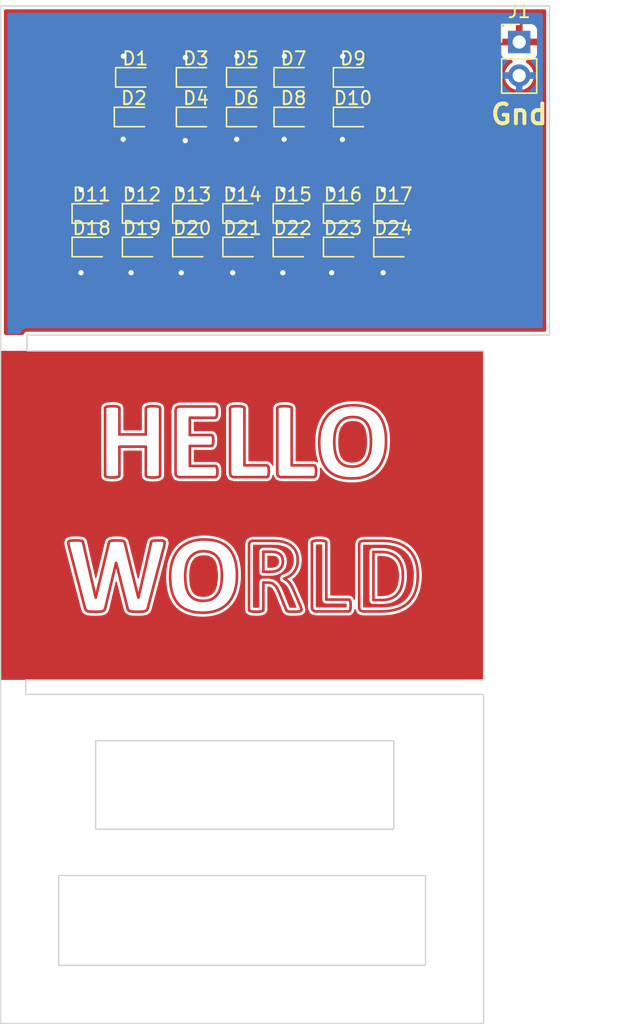
<source format=kicad_pcb>
(kicad_pcb (version 20211014) (generator pcbnew)
  (layers (0 "F.Cu" signal) (31 "B.Cu" signal) (34 "B.Paste" user) (35 "F.Paste" user) (36 "B.SilkS" user "B.Silkscreen") (37 "F.SilkS" user "F.Silkscreen") (38 "B.Mask" user) (39 "F.Mask" user) (44 "Edge.Cuts" user))
  (net 0 "")
  (net 1 "GND")
  (net 2 "VCC")
  (footprint "LED_SMD:LED_0603_1608Metric" (layer "F.Cu") (at 45.95 38.24)
    (fp_text reference "D23")
    (fp_text value "LED")
  )
  (footprint "LED_SMD:LED_0603_1608Metric" (layer "F.Cu") (at 34.8 25.4)
    (fp_text reference "D3")
    (fp_text value "LED")
  )
  (footprint "LED_SMD:LED_0603_1608Metric" (layer "F.Cu") (at 26.9 38.24)
    (fp_text reference "D18")
    (fp_text value "LED")
  )
  (footprint "LED_SMD:LED_0603_1608Metric" (layer "F.Cu") (at 38.33 35.7)
    (fp_text reference "D14")
    (fp_text value "LED")
  )
  (footprint "LED_SMD:LED_0603_1608Metric" (layer "F.Cu") (at 38.6 25.4)
    (fp_text reference "D5")
    (fp_text value "LED")
  )
  (footprint "LED_SMD:LED_0603_1608Metric" (layer "F.Cu") (at 45.95 35.7)
    (fp_text reference "D16")
    (fp_text value "LED")
  )
  (footprint "LED_SMD:LED_0603_1608Metric" (layer "F.Cu") (at 30.2 25.4)
    (fp_text reference "D1")
    (fp_text value "LED")
  )
  (footprint "LED_SMD:LED_0603_1608Metric" (layer "F.Cu") (at 46.7 28.4)
    (fp_text reference "D10")
    (fp_text value "LED")
  )
  (footprint "LED_SMD:LED_0603_1608Metric" (layer "F.Cu") (at 30.71 38.24)
    (fp_text reference "D19")
    (fp_text value "LED")
  )
  (footprint "LED_SMD:LED_0603_1608Metric" (layer "F.Cu") (at 34.52 35.7)
    (fp_text reference "D13")
    (fp_text value "LED")
  )
  (footprint "LED_SMD:LED_0603_1608Metric" (layer "F.Cu") (at 38.6 28.4)
    (fp_text reference "D6")
    (fp_text value "LED")
  )
  (footprint "LED_SMD:LED_0603_1608Metric" (layer "F.Cu") (at 30.71 35.7)
    (fp_text reference "D12")
    (fp_text value "LED")
  )
  (footprint "LED_SMD:LED_0603_1608Metric" (layer "F.Cu") (at 49.76 38.24)
    (fp_text reference "D24")
    (fp_text value "LED")
  )
  (footprint "Connector_PinHeader_2.54mm:PinHeader_1x02_P2.54mm_Vertical" (layer "F.Cu") (at 59.3 22.725)
    (fp_text reference "J1")
    (fp_text value "Conn_01x02_Female")
  )
  (footprint "LED_SMD:LED_0603_1608Metric" (layer "F.Cu") (at 42.2 28.4)
    (fp_text reference "D8")
    (fp_text value "LED")
  )
  (footprint "LED_SMD:LED_0603_1608Metric" (layer "F.Cu") (at 34.8 28.4)
    (fp_text reference "D4")
    (fp_text value "LED")
  )
  (footprint "LED_SMD:LED_0603_1608Metric" (layer "F.Cu") (at 26.9 35.7)
    (fp_text reference "D11")
    (fp_text value "LED")
  )
  (footprint "LED_SMD:LED_0603_1608Metric" (layer "F.Cu") (at 46.7 25.4)
    (fp_text reference "D9")
    (fp_text value "LED")
  )
  (footprint "LED_SMD:LED_0603_1608Metric" (layer "F.Cu") (at 42.14 35.7)
    (fp_text reference "D15")
    (fp_text value "LED")
  )
  (footprint "LED_SMD:LED_0603_1608Metric" (layer "F.Cu") (at 34.52 38.24)
    (fp_text reference "D20")
    (fp_text value "LED")
  )
  (footprint "LED_SMD:LED_0603_1608Metric" (layer "F.Cu") (at 42.2 25.4)
    (fp_text reference "D7")
    (fp_text value "LED")
  )
  (footprint "LED_SMD:LED_0603_1608Metric" (layer "F.Cu") (at 38.33 38.24)
    (fp_text reference "D21")
    (fp_text value "LED")
  )
  (footprint "LED_SMD:LED_0603_1608Metric" (layer "F.Cu") (at 49.76 35.7)
    (fp_text reference "D17")
    (fp_text value "LED")
  )
  (footprint "LED_SMD:LED_0603_1608Metric" (layer "F.Cu") (at 30.1 28.4)
    (fp_text reference "D2")
    (fp_text value "LED")
  )
  (footprint "LED_SMD:LED_0603_1608Metric" (layer "F.Cu") (at 42.14 38.24)
    (fp_text reference "D22")
    (fp_text value "LED")
  )
  (gr_curve (pts (xy 26.445361 65.700179) (xy 26.420557 65.660216) (xy 26.399886 65.607162) (xy 26.38335 65.541016)) (layer "F.Cu") (width 0.2))
  (gr_curve (pts (xy 47.262695 60.549072) (xy 47.324707 60.495329) (xy 47.401188 60.468457) (xy 47.492139 60.468457)) (layer "F.Cu") (width 0.2))
  (gr_curve (pts (xy 36.394108 50.934844) (xy 36.387218 50.988588) (xy 36.376883 51.031996) (xy 36.363102 51.065069)) (layer "F.Cu") (width 0.2))
  (gr_curve (pts (xy 49.610872 61.454444) (xy 49.405545 61.364871) (xy 49.136138 61.320085) (xy 48.802653 61.320085)) (layer "F.Cu") (width 0.2))
  (gr_curve (pts (xy 30.736572 65.832471) (xy 30.645622 65.839361) (xy 30.529867 65.842806) (xy 30.389307 65.842806)) (layer "F.Cu") (width 0.2))
  (gr_curve (pts (xy 28.723258 50.296124) (xy 28.79216 50.304392) (xy 28.847282 50.315416) (xy 28.888623 50.329197)) (layer "F.Cu") (width 0.2))
  (gr_curve (pts (xy 36.332096 54.82918) (xy 36.352767 54.844339) (xy 36.369992 54.868454) (xy 36.383773 54.901527)) (layer "F.Cu") (width 0.2))
  (gr_curve (pts (xy 46.52889 65.363249) (xy 46.52889 65.445931) (xy 46.525445 65.515522) (xy 46.518555 65.572022)) (layer "F.Cu") (width 0.2))
  (gr_curve (pts (xy 37.384229 55.314939) (xy 37.384229 55.314939) (xy 37.384229 50.457354) (xy 37.384229 50.457354)) (layer "F.Cu") (width 0.2))
  (gr_curve (pts (xy 51.421615 64.323519) (xy 51.293457 64.672163) (xy 51.109489 64.956728) (xy 50.86971 65.177214)) (layer "F.Cu") (width 0.2))
  (gr_curve (pts (xy 41.702311 63.469824) (xy 41.772591 63.524946) (xy 41.838737 63.591781) (xy 41.900749 63.670329)) (layer "F.Cu") (width 0.2))
  (gr_curve (pts (xy 45.284521 52.962628) (xy 45.284521 53.254772) (xy 45.30657 53.517288) (xy 45.350667 53.750176)) (layer "F.Cu") (width 0.2))
  (gr_curve (pts (xy 46.518555 65.572022) (xy 46.511664 65.628521) (xy 46.501329 65.675374) (xy 46.487549 65.712582)) (layer "F.Cu") (width 0.2))
  (gr_curve (pts (xy 42.237679 64.280111) (xy 42.237679 64.280111) (xy 42.688298 65.33431) (xy 42.688298 65.33431)) (layer "F.Cu") (width 0.2))
  (gr_curve (pts (xy 29.665837 65.700179) (xy 29.641032 65.660216) (xy 29.621739 65.607162) (xy 29.607959 65.541016)) (layer "F.Cu") (width 0.2))
  (gr_curve (pts (xy 40.877555 60.476725) (xy 40.968506 60.482238) (xy 41.051188 60.489128) (xy 41.125602 60.497396)) (layer "F.Cu") (width 0.2))
  (gr_curve (pts (xy 31.381494 60.679297) (xy 31.389762 60.6352) (xy 31.400787 60.597304) (xy 31.414567 60.565609)) (layer "F.Cu") (width 0.2))
  (gr_curve (pts (xy 34.287777 61.820313) (xy 34.177534 61.988433) (xy 34.099674 62.184804) (xy 34.054199 62.409424)) (layer "F.Cu") (width 0.2))
  (gr_curve (pts (xy 36.414779 55.432761) (xy 36.407888 55.486505) (xy 36.397553 55.529913) (xy 36.383773 55.562986)) (layer "F.Cu") (width 0.2))
  (gr_curve (pts (xy 43.738363 54.760967) (xy 43.765923 54.760967) (xy 43.790039 54.768547) (xy 43.81071 54.783705)) (layer "F.Cu") (width 0.2))
  (gr_curve (pts (xy 41.142139 64.466146) (xy 41.084261 64.331098) (xy 41.027762 64.211209) (xy 40.97264 64.106478)) (layer "F.Cu") (width 0.2))
  (gr_curve (pts (xy 27.875765 65.696045) (xy 27.85096 65.736008) (xy 27.811686 65.767014) (xy 27.757943 65.789063)) (layer "F.Cu") (width 0.2))
  (gr_curve (pts (xy 26.79056 65.832471) (xy 26.695475 65.825581) (xy 26.620372 65.8118) (xy 26.565251 65.79113)) (layer "F.Cu") (width 0.2))
  (gr_curve (pts (xy 32.061556 55.583656) (xy 32.043641 55.605705) (xy 32.014014 55.623619) (xy 31.972673 55.6374)) (layer "F.Cu") (width 0.2))
  (gr_curve (pts (xy 40.964372 50.457354) (xy 40.964372 50.429793) (xy 40.973329 50.404989) (xy 40.991243 50.38294)) (layer "F.Cu") (width 0.2))
  (gr_curve (pts (xy 43.738363 55.65807) (xy 43.738363 55.65807) (xy 41.286833 55.65807) (xy 41.286833 55.65807)) (layer "F.Cu") (width 0.2))
  (gr_curve (pts (xy 28.196159 50.296124) (xy 28.266439 50.287856) (xy 28.353944 50.283721) (xy 28.458675 50.283721)) (layer "F.Cu") (width 0.2))
  (gr_curve (pts (xy 44.143506 53.016371) (xy 44.143506 52.583667) (xy 44.198627 52.194371) (xy 44.30887 51.848484)) (layer "F.Cu") (width 0.2))
  (gr_curve (pts (xy 28.743929 62.151042) (xy 28.743929 62.151042) (xy 27.933643 65.541016) (xy 27.933643 65.541016)) (layer "F.Cu") (width 0.2))
  (gr_curve (pts (xy 47.169678 65.47487) (xy 47.169678 65.47487) (xy 47.169678 60.811589) (xy 47.169678 60.811589)) (layer "F.Cu") (width 0.2))
  (gr_curve (pts (xy 36.073714 53.208607) (xy 36.059934 53.240302) (xy 36.042708 53.26304) (xy 36.022038 53.27682)) (layer "F.Cu") (width 0.2))
  (gr_curve (pts (xy 40.555094 63.684798) (xy 40.4669 63.648969) (xy 40.364925 63.631055) (xy 40.24917 63.631055)) (layer "F.Cu") (width 0.2))
  (gr_curve (pts (xy 47.492139 60.468457) (xy 47.492139 60.468457) (xy 48.864665 60.468457) (xy 48.864665 60.468457)) (layer "F.Cu") (width 0.2))
  (gr_curve (pts (xy 36.332096 55.635333) (xy 36.311426 55.650491) (xy 36.288688 55.65807) (xy 36.263883 55.65807)) (layer "F.Cu") (width 0.2))
  (gr_curve (pts (xy 41.940023 50.329197) (xy 41.981364 50.342977) (xy 42.010992 50.360892) (xy 42.028906 50.38294)) (layer "F.Cu") (width 0.2))
  (gr_curve (pts (xy 41.057389 55.577455) (xy 40.995378 55.523712) (xy 40.964372 55.436206) (xy 40.964372 55.314939)) (layer "F.Cu") (width 0.2))
  (gr_curve (pts (xy 47.742253 55.560919) (xy 47.42117 55.689076) (xy 47.049788 55.753155) (xy 46.628109 55.753155)) (layer "F.Cu") (width 0.2))
  (gr_curve (pts (xy 40.24917 63.631055) (xy 40.24917 63.631055) (xy 39.910173 63.631055) (xy 39.910173 63.631055)) (layer "F.Cu") (width 0.2))
  (gr_curve (pts (xy 46.628109 55.753155) (xy 46.211941 55.753155) (xy 45.848828 55.698722) (xy 45.53877 55.589857)) (layer "F.Cu") (width 0.2))
  (gr_curve (pts (xy 43.81071 55.633266) (xy 43.790039 55.649802) (xy 43.765923 55.65807) (xy 43.738363 55.65807)) (layer "F.Cu") (width 0.2))
  (gr_curve (pts (xy 33.347266 50.389141) (xy 33.409277 50.335398) (xy 33.485758 50.308526) (xy 33.576709 50.308526)) (layer "F.Cu") (width 0.2))
  (gr_curve (pts (xy 36.383773 54.901527) (xy 36.397553 54.9346) (xy 36.407888 54.978009) (xy 36.414779 55.031752)) (layer "F.Cu") (width 0.2))
  (gr_curve (pts (xy 43.903727 55.203318) (xy 43.903727 55.286) (xy 43.900282 55.355591) (xy 43.893392 55.412091)) (layer "F.Cu") (width 0.2))
  (gr_curve (pts (xy 40.397998 61.299414) (xy 40.397998 61.299414) (xy 39.910173 61.299414) (xy 39.910173 61.299414)) (layer "F.Cu") (width 0.2))
  (gr_curve (pts (xy 38.8229 60.811589) (xy 38.8229 60.690321) (xy 38.853906 60.602816) (xy 38.915918 60.549072)) (layer "F.Cu") (width 0.2))
  (gr_curve (pts (xy 31.028027 50.38294) (xy 31.045942 50.360892) (xy 31.074881 50.342977) (xy 31.114844 50.329197)) (layer "F.Cu") (width 0.2))
  (gr_curve (pts (xy 39.364469 65.842806) (xy 39.259738 65.842806) (xy 39.172233 65.838672) (xy 39.101953 65.830404)) (layer "F.Cu") (width 0.2))
  (gr_curve (pts (xy 36.022038 52.489272) (xy 36.042708 52.50443) (xy 36.059934 52.527857) (xy 36.073714 52.559551)) (layer "F.Cu") (width 0.2))
  (gr_curve (pts (xy 31.807308 55.670473) (xy 31.738406 55.678741) (xy 31.65159 55.682875) (xy 31.546859 55.682875)) (layer "F.Cu") (width 0.2))
  (gr_curve (pts (xy 39.629053 65.830404) (xy 39.560151 65.838672) (xy 39.471956 65.842806) (xy 39.364469 65.842806)) (layer "F.Cu") (width 0.2))
  (gr_curve (pts (xy 41.706445 60.654492) (xy 41.8787 60.728906) (xy 42.024772 60.826058) (xy 42.144661 60.945947)) (layer "F.Cu") (width 0.2))
  (gr_curve (pts (xy 40.869287 62.760824) (xy 40.985042 62.723617) (xy 41.081505 62.671251) (xy 41.158675 62.603727)) (layer "F.Cu") (width 0.2))
  (gr_curve (pts (xy 29.000244 52.421059) (xy 29.000244 52.421059) (xy 31.001156 52.421059) (xy 31.001156 52.421059)) (layer "F.Cu") (width 0.2))
  (gr_curve (pts (xy 29.105664 60.451921) (xy 29.184212 60.457433) (xy 29.244846 60.469146) (xy 29.287565 60.487061)) (layer "F.Cu") (width 0.2))
  (gr_curve (pts (xy 37.909261 63.081218) (xy 37.909261 63.524946) (xy 37.85414 63.921821) (xy 37.743896 64.271843)) (layer "F.Cu") (width 0.2))
  (gr_curve (pts (xy 43.589535 60.617285) (xy 43.589535 60.589725) (xy 43.598492 60.56492) (xy 43.616406 60.542871)) (layer "F.Cu") (width 0.2))
  (gr_curve (pts (xy 50.489372 63.101888) (xy 50.489372 62.848329) (xy 50.459744 62.612685) (xy 50.400488 62.394955)) (layer "F.Cu") (width 0.2))
  (gr_curve (pts (xy 31.807308 50.296124) (xy 31.87621 50.304392) (xy 31.931331 50.315416) (xy 31.972673 50.329197)) (layer "F.Cu") (width 0.2))
  (gr_curve (pts (xy 42.18807 65.842806) (xy 42.072314 65.842806) (xy 41.979986 65.84005) (xy 41.911084 65.834538)) (layer "F.Cu") (width 0.2))
  (gr_curve (pts (xy 43.682552 65.737386) (xy 43.62054 65.683643) (xy 43.589535 65.596137) (xy 43.589535 65.47487)) (layer "F.Cu") (width 0.2))
  (gr_curve (pts (xy 36.10472 53.082517) (xy 36.09783 53.134882) (xy 36.087495 53.176913) (xy 36.073714 53.208607)) (layer "F.Cu") (width 0.2))
  (gr_curve (pts (xy 51.613851 63.064681) (xy 51.613851 63.555263) (xy 51.549772 63.974875) (xy 51.421615 64.323519)) (layer "F.Cu") (width 0.2))
  (gr_curve (pts (xy 36.115055 52.884079) (xy 36.115055 52.964006) (xy 36.11161 53.030152) (xy 36.10472 53.082517)) (layer "F.Cu") (width 0.2))
  (gr_curve (pts (xy 37.384229 50.457354) (xy 37.384229 50.429793) (xy 37.393186 50.404989) (xy 37.4111 50.38294)) (layer "F.Cu") (width 0.2))
  (gr_curve (pts (xy 28.316048 60.491195) (xy 28.358767 60.47328) (xy 28.417334 60.460878) (xy 28.491748 60.453988)) (layer "F.Cu") (width 0.2))
  (gr_curve (pts (xy 36.247347 50.308526) (xy 36.272152 50.308526) (xy 36.2942 50.315416) (xy 36.313493 50.329197)) (layer "F.Cu") (width 0.2))
  (gr_curve (pts (xy 38.475635 54.760967) (xy 38.475635 54.760967) (xy 40.158219 54.760967) (xy 40.158219 54.760967)) (layer "F.Cu") (width 0.2))
  (gr_curve (pts (xy 50.917253 61.131983) (xy 51.144629 61.351091) (xy 51.317573 61.621875) (xy 51.436084 61.944336)) (layer "F.Cu") (width 0.2))
  (gr_curve (pts (xy 37.750098 61.876123) (xy 37.856207 62.216499) (xy 37.909261 62.618197) (xy 37.909261 63.081218)) (layer "F.Cu") (width 0.2))
  (gr_curve (pts (xy 29.426058 60.695833) (xy 29.426058 60.695833) (xy 30.434782 64.763802) (xy 30.434782 64.763802)) (layer "F.Cu") (width 0.2))
  (gr_curve (pts (xy 26.26346 60.666895) (xy 26.26346 60.666895) (xy 27.201904 64.763802) (xy 27.201904 64.763802)) (layer "F.Cu") (width 0.2))
  (gr_curve (pts (xy 43.893392 55.412091) (xy 43.886502 55.46859) (xy 43.876166 55.515443) (xy 43.862386 55.55265)) (layer "F.Cu") (width 0.2))
  (gr_curve (pts (xy 44.30887 51.848484) (xy 44.419113 51.502596) (xy 44.5831 51.208385) (xy 44.80083 50.96585)) (layer "F.Cu") (width 0.2))
  (gr_curve (pts (xy 28.888623 55.6374) (xy 28.847282 55.65118) (xy 28.79216 55.662204) (xy 28.723258 55.670473)) (layer "F.Cu") (width 0.2))
  (gr_curve (pts (xy 43.911995 65.818001) (xy 43.821045 65.818001) (xy 43.744564 65.79113) (xy 43.682552 65.737386)) (layer "F.Cu") (width 0.2))
  (gr_curve (pts (xy 47.262695 65.737386) (xy 47.200684 65.683643) (xy 47.169678 65.596137) (xy 47.169678 65.47487)) (layer "F.Cu") (width 0.2))
  (gr_curve (pts (xy 32.386084 60.886003) (xy 32.386084 60.886003) (xy 31.158252 65.541016) (xy 31.158252 65.541016)) (layer "F.Cu") (width 0.2))
  (gr_curve (pts (xy 32.061556 50.38294) (xy 32.07947 50.404989) (xy 32.088428 50.429793) (xy 32.088428 50.457354)) (layer "F.Cu") (width 0.2))
  (gr_curve (pts (xy 27.939844 50.38294) (xy 27.957758 50.360892) (xy 27.987386 50.342977) (xy 28.028727 50.329197)) (layer "F.Cu") (width 0.2))
  (gr_curve (pts (xy 39.910173 65.669173) (xy 39.910173 65.696734) (xy 39.901215 65.721539) (xy 39.883301 65.743587)) (layer "F.Cu") (width 0.2))
  (gr_curve (pts (xy 37.667415 50.296124) (xy 37.737695 50.287856) (xy 37.825201 50.283721) (xy 37.929932 50.283721)) (layer "F.Cu") (width 0.2))
  (gr_curve (pts (xy 35.329574 65.913086) (xy 34.913406 65.913086) (xy 34.550293 65.858654) (xy 34.240234 65.749789)) (layer "F.Cu") (width 0.2))
  (gr_curve (pts (xy 43.70529 60.489128) (xy 43.746631 60.475347) (xy 43.802441 60.464323) (xy 43.872721 60.456055)) (layer "F.Cu") (width 0.2))
  (gr_curve (pts (xy 28.181689 60.695833) (xy 28.192714 60.643468) (xy 28.207183 60.600749) (xy 28.225098 60.567676)) (layer "F.Cu") (width 0.2))
  (gr_curve (pts (xy 28.752197 62.151042) (xy 28.752197 62.151042) (xy 28.743929 62.151042) (xy 28.743929 62.151042)) (layer "F.Cu") (width 0.2))
  (gr_curve (pts (xy 34.337386 53.297491) (xy 34.337386 53.297491) (xy 34.337386 54.806443) (xy 34.337386 54.806443)) (layer "F.Cu") (width 0.2))
  (gr_curve (pts (xy 37.743896 64.271843) (xy 37.633653 64.621864) (xy 37.469667 64.918832) (xy 37.251937 65.162744)) (layer "F.Cu") (width 0.2))
  (gr_curve (pts (xy 48.252816 64.958106) (xy 48.252816 64.958106) (xy 48.819189 64.958106) (xy 48.819189 64.958106)) (layer "F.Cu") (width 0.2))
  (gr_curve (pts (xy 35.362646 65.015983) (xy 35.629986 65.015983) (xy 35.853228 64.966374) (xy 36.032373 64.867155)) (layer "F.Cu") (width 0.2))
  (gr_curve (pts (xy 44.763623 55.091697) (xy 44.556917 54.868454) (xy 44.401888 54.584579) (xy 44.298535 54.240069)) (layer "F.Cu") (width 0.2))
  (gr_curve (pts (xy 42.688298 65.33431) (xy 42.729639 65.439041) (xy 42.757199 65.515522) (xy 42.77098 65.563753)) (layer "F.Cu") (width 0.2))
  (gr_curve (pts (xy 30.959814 65.79113) (xy 30.901937 65.8118) (xy 30.827523 65.825581) (xy 30.736572 65.832471)) (layer "F.Cu") (width 0.2))
  (gr_curve (pts (xy 46.661182 54.856052) (xy 46.928521 54.856052) (xy 47.151763 54.806443) (xy 47.330908 54.707224)) (layer "F.Cu") (width 0.2))
  (gr_curve (pts (xy 28.028727 55.6374) (xy 27.987386 55.623619) (xy 27.957758 55.605705) (xy 27.939844 55.583656)) (layer "F.Cu") (width 0.2))
  (gr_curve (pts (xy 36.073714 52.559551) (xy 36.087495 52.591246) (xy 36.09783 52.633966) (xy 36.10472 52.687709)) (layer "F.Cu") (width 0.2))
  (gr_curve (pts (xy 42.514665 65.834538) (xy 42.434738 65.84005) (xy 42.325873 65.842806) (xy 42.18807 65.842806)) (layer "F.Cu") (width 0.2))
  (gr_curve (pts (xy 27.912972 50.457354) (xy 27.912972 50.429793) (xy 27.921929 50.404989) (xy 27.939844 50.38294)) (layer "F.Cu") (width 0.2))
  (gr_curve (pts (xy 40.97264 64.106478) (xy 40.917518 64.001747) (xy 40.856196 63.914242) (xy 40.788672 63.843962)) (layer "F.Cu") (width 0.2))
  (gr_curve (pts (xy 28.723258 55.670473) (xy 28.654357 55.678741) (xy 28.566162 55.682875) (xy 28.458675 55.682875)) (layer "F.Cu") (width 0.2))
  (gr_curve (pts (xy 42.055778 54.760967) (xy 42.055778 54.760967) (xy 43.738363 54.760967) (xy 43.738363 54.760967)) (layer "F.Cu") (width 0.2))
  (gr_curve (pts (xy 31.414567 60.565609) (xy 31.428347 60.533914) (xy 31.45453 60.509109) (xy 31.493115 60.491195)) (layer "F.Cu") (width 0.2))
  (gr_curve (pts (xy 43.862386 55.55265) (xy 43.848606 55.589857) (xy 43.83138 55.616729) (xy 43.81071 55.633266)) (layer "F.Cu") (width 0.2))
  (gr_curve (pts (xy 33.347266 55.577455) (xy 33.285254 55.523712) (xy 33.254248 55.436206) (xy 33.254248 55.314939)) (layer "F.Cu") (width 0.2))
  (gr_curve (pts (xy 40.313249 55.412091) (xy 40.306359 55.46859) (xy 40.296023 55.515443) (xy 40.282243 55.55265)) (layer "F.Cu") (width 0.2))
  (gr_curve (pts (xy 40.230566 55.633266) (xy 40.209896 55.649802) (xy 40.18578 55.65807) (xy 40.158219 55.65807)) (layer "F.Cu") (width 0.2))
  (gr_curve (pts (xy 28.975439 55.583656) (xy 28.958903 55.605705) (xy 28.929964 55.623619) (xy 28.888623 55.6374)) (layer "F.Cu") (width 0.2))
  (gr_curve (pts (xy 42.144661 60.945947) (xy 42.264551 61.065837) (xy 42.35619 61.207775) (xy 42.41958 61.371761)) (layer "F.Cu") (width 0.2))
  (gr_curve (pts (xy 40.282243 54.858119) (xy 40.296023 54.89257) (xy 40.306359 54.938045) (xy 40.313249 54.994545)) (layer "F.Cu") (width 0.2))
  (gr_curve (pts (xy 30.011035 65.832471) (xy 29.915951 65.825581) (xy 29.840847 65.8118) (xy 29.785726 65.79113)) (layer "F.Cu") (width 0.2))
  (gr_curve (pts (xy 41.510075 50.283721) (xy 41.617562 50.283721) (xy 41.705756 50.287856) (xy 41.774658 50.296124)) (layer "F.Cu") (width 0.2))
  (gr_curve (pts (xy 27.933643 65.541016) (xy 27.919862 65.604406) (xy 27.90057 65.656082) (xy 27.875765 65.696045)) (layer "F.Cu") (width 0.2))
  (gr_curve (pts (xy 41.911084 65.834538) (xy 41.842182 65.829026) (xy 41.78775 65.81869) (xy 41.747786 65.803532)) (layer "F.Cu") (width 0.2))
  (gr_curve (pts (xy 39.883301 65.743587) (xy 39.865386 65.765636) (xy 39.835758 65.78355) (xy 39.794417 65.797331)) (layer "F.Cu") (width 0.2))
  (gr_curve (pts (xy 31.001156 50.457354) (xy 31.001156 50.429793) (xy 31.010113 50.404989) (xy 31.028027 50.38294)) (layer "F.Cu") (width 0.2))
  (gr_curve (pts (xy 34.697054 64.885759) (xy 34.873443 64.972575) (xy 35.095307 65.015983) (xy 35.362646 65.015983)) (layer "F.Cu") (width 0.2))
  (gr_curve (pts (xy 39.910173 62.816634) (xy 39.910173 62.816634) (xy 40.464144 62.816634) (xy 40.464144 62.816634)) (layer "F.Cu") (width 0.2))
  (gr_curve (pts (xy 47.775326 51.621107) (xy 47.669217 51.457121) (xy 47.527968 51.330341) (xy 47.351579 51.240769)) (layer "F.Cu") (width 0.2))
  (gr_curve (pts (xy 36.313493 51.137416) (xy 36.2942 51.152574) (xy 36.272152 51.160154) (xy 36.247347 51.160154)) (layer "F.Cu") (width 0.2))
  (gr_curve (pts (xy 27.206038 64.763802) (xy 27.206038 64.763802) (xy 28.181689 60.695833) (xy 28.181689 60.695833)) (layer "F.Cu") (width 0.2))
  (gr_curve (pts (xy 47.351579 51.240769) (xy 47.17519 51.151196) (xy 46.954704 51.10641) (xy 46.69012 51.10641)) (layer "F.Cu") (width 0.2))
  (gr_curve (pts (xy 36.053044 61.4007) (xy 35.876655 61.311128) (xy 35.656169 61.266341) (xy 35.391585 61.266341)) (layer "F.Cu") (width 0.2))
  (gr_curve (pts (xy 32.088428 50.457354) (xy 32.088428 50.457354) (xy 32.088428 55.509242) (xy 32.088428 55.509242)) (layer "F.Cu") (width 0.2))
  (gr_curve (pts (xy 38.8229 65.669173) (xy 38.8229 65.669173) (xy 38.8229 60.811589) (xy 38.8229 60.811589)) (layer "F.Cu") (width 0.2))
  (gr_curve (pts (xy 38.194515 50.296124) (xy 38.263417 50.304392) (xy 38.318538 50.315416) (xy 38.35988 50.329197)) (layer "F.Cu") (width 0.2))
  (gr_curve (pts (xy 25.34362 60.453988) (xy 25.422168 60.447098) (xy 25.531722 60.443652) (xy 25.672282 60.443652)) (layer "F.Cu") (width 0.2))
  (gr_curve (pts (xy 32.243457 60.453988) (xy 32.310981 60.460878) (xy 32.359901 60.479481) (xy 32.390218 60.509798)) (layer "F.Cu") (width 0.2))
  (gr_curve (pts (xy 34.240234 65.749789) (xy 33.930176 65.640924) (xy 33.671794 65.47487) (xy 33.465088 65.251628)) (layer "F.Cu") (width 0.2))
  (gr_curve (pts (xy 42.514665 61.936068) (xy 42.514665 62.115213) (xy 42.491927 62.27851) (xy 42.446452 62.42596)) (layer "F.Cu") (width 0.2))
  (gr_curve (pts (xy 43.81071 54.783705) (xy 43.83138 54.798864) (xy 43.848606 54.823668) (xy 43.862386 54.858119)) (layer "F.Cu") (width 0.2))
  (gr_curve (pts (xy 36.425114 55.232257) (xy 36.425114 55.312183) (xy 36.421669 55.379018) (xy 36.414779 55.432761)) (layer "F.Cu") (width 0.2))
  (gr_curve (pts (xy 50.082161 64.493018) (xy 50.218587 64.337299) (xy 50.320562 64.143685) (xy 50.388086 63.912175)) (layer "F.Cu") (width 0.2))
  (gr_curve (pts (xy 48.550472 55.002813) (xy 48.332742 55.246726) (xy 48.063336 55.432761) (xy 47.742253 55.560919)) (layer "F.Cu") (width 0.2))
  (gr_curve (pts (xy 29.287565 60.487061) (xy 29.330284 60.504975) (xy 29.36129 60.530469) (xy 29.380583 60.563542)) (layer "F.Cu") (width 0.2))
  (gr_curve (pts (xy 34.337386 54.806443) (xy 34.337386 54.806443) (xy 36.263883 54.806443) (xy 36.263883 54.806443)) (layer "F.Cu") (width 0.2))
  (gr_curve (pts (xy 41.477002 63.329264) (xy 41.556928 63.36785) (xy 41.632031 63.414703) (xy 41.702311 63.469824)) (layer "F.Cu") (width 0.2))
  (gr_curve (pts (xy 27.201904 64.763802) (xy 27.201904 64.763802) (xy 27.206038 64.763802) (xy 27.206038 64.763802)) (layer "F.Cu") (width 0.2))
  (gr_curve (pts (xy 28.975439 50.38294) (xy 28.991976 50.404989) (xy 29.000244 50.429793) (xy 29.000244 50.457354)) (layer "F.Cu") (width 0.2))
  (gr_curve (pts (xy 48.252816 61.320085) (xy 48.252816 61.320085) (xy 48.252816 64.958106) (xy 48.252816 64.958106)) (layer "F.Cu") (width 0.2))
  (gr_curve (pts (xy 45.609049 50.407745) (xy 45.930132 50.278209) (xy 46.302892 50.213441) (xy 46.727327 50.213441)) (layer "F.Cu") (width 0.2))
  (gr_curve (pts (xy 33 64.4) (xy 32.896647 64.055491) (xy 32.844971 63.647591) (xy 32.844971 63.176302)) (layer "F.Cu") (width 0.2))
  (gr_curve (pts (xy 36.394108 50.533835) (xy 36.400998 50.587579) (xy 36.404443 50.655792) (xy 36.404443 50.738474)) (layer "F.Cu") (width 0.2))
  (gr_curve (pts (xy 25.980273 60.449854) (xy 26.056066 60.453988) (xy 26.113254 60.463634) (xy 26.151839 60.478792)) (layer "F.Cu") (width 0.2))
  (gr_curve (pts (xy 50.078027 60.635889) (xy 50.410135 60.74751) (xy 50.689876 60.912874) (xy 50.917253 61.131983)) (layer "F.Cu") (width 0.2))
  (gr_curve (pts (xy 41.332308 62.361882) (xy 41.370893 62.268175) (xy 41.390186 62.163444) (xy 41.390186 62.047689)) (layer "F.Cu") (width 0.2))
  (gr_curve (pts (xy 36.263883 55.65807) (xy 36.263883 55.65807) (xy 33.576709 55.65807) (xy 33.576709 55.65807)) (layer "F.Cu") (width 0.2))
  (gr_curve (pts (xy 28.491748 60.453988) (xy 28.566162 60.447098) (xy 28.665381 60.443652) (xy 28.789404 60.443652)) (layer "F.Cu") (width 0.2))
  (gr_curve (pts (xy 44.654069 60.542871) (xy 44.671984 60.56492) (xy 44.680941 60.589725) (xy 44.680941 60.617285)) (layer "F.Cu") (width 0.2))
  (gr_curve (pts (xy 45.53877 55.589857) (xy 45.228711 55.480992) (xy 44.970329 55.314939) (xy 44.763623 55.091697)) (layer "F.Cu") (width 0.2))
  (gr_curve (pts (xy 31.001156 52.421059) (xy 31.001156 52.421059) (xy 31.001156 50.457354) (xy 31.001156 50.457354)) (layer "F.Cu") (width 0.2))
  (gr_curve (pts (xy 41.270296 61.601205) (xy 41.19037 61.479937) (xy 41.059456 61.394499) (xy 40.877555 61.344889)) (layer "F.Cu") (width 0.2))
  (gr_curve (pts (xy 33.010335 62.008415) (xy 33.120578 61.662527) (xy 33.284565 61.368316) (xy 33.502295 61.125781)) (layer "F.Cu") (width 0.2))
  (gr_curve (pts (xy 41.900749 63.670329) (xy 41.96276 63.748877) (xy 42.021327 63.83845) (xy 42.076449 63.939046)) (layer "F.Cu") (width 0.2))
  (gr_curve (pts (xy 48.819189 64.958106) (xy 49.116846 64.958106) (xy 49.367649 64.919521) (xy 49.571598 64.84235)) (layer "F.Cu") (width 0.2))
  (gr_curve (pts (xy 36.313493 50.329197) (xy 36.332785 50.342977) (xy 36.349322 50.367093) (xy 36.363102 50.401544)) (layer "F.Cu") (width 0.2))
  (gr_curve (pts (xy 41.158675 62.603727) (xy 41.235845 62.536203) (xy 41.293723 62.455588) (xy 41.332308 62.361882)) (layer "F.Cu") (width 0.2))
  (gr_curve (pts (xy 28.458675 50.283721) (xy 28.566162 50.283721) (xy 28.654357 50.287856) (xy 28.723258 50.296124)) (layer "F.Cu") (width 0.2))
  (gr_curve (pts (xy 33.254248 55.314939) (xy 33.254248 55.314939) (xy 33.254248 50.651658) (xy 33.254248 50.651658)) (layer "F.Cu") (width 0.2))
  (gr_curve (pts (xy 51.436084 61.944336) (xy 51.554595 62.266797) (xy 51.613851 62.640245) (xy 51.613851 63.064681)) (layer "F.Cu") (width 0.2))
  (gr_curve (pts (xy 45.586312 51.660382) (xy 45.476069 51.828502) (xy 45.39821 52.024873) (xy 45.352734 52.249493)) (layer "F.Cu") (width 0.2))
  (gr_curve (pts (xy 36.7021 62.372217) (xy 36.658002 62.142085) (xy 36.582899 61.945025) (xy 36.47679 61.781039)) (layer "F.Cu") (width 0.2))
  (gr_curve (pts (xy 40.53029 60.468457) (xy 40.67085 60.468457) (xy 40.786605 60.471213) (xy 40.877555 60.476725)) (layer "F.Cu") (width 0.2))
  (gr_curve (pts (xy 31.001156 53.3471) (xy 31.001156 53.3471) (xy 29.000244 53.3471) (xy 29.000244 53.3471)) (layer "F.Cu") (width 0.2))
  (gr_curve (pts (xy 41.390186 62.047689) (xy 41.390186 61.8713) (xy 41.350222 61.722472) (xy 41.270296 61.601205)) (layer "F.Cu") (width 0.2))
  (gr_curve (pts (xy 40.158219 54.760967) (xy 40.18578 54.760967) (xy 40.209896 54.768547) (xy 40.230566 54.783705)) (layer "F.Cu") (width 0.2))
  (gr_curve (pts (xy 34.337386 52.466534) (xy 34.337386 52.466534) (xy 35.953825 52.466534) (xy 35.953825 52.466534)) (layer "F.Cu") (width 0.2))
  (gr_curve (pts (xy 31.090039 65.700179) (xy 31.0611 65.740142) (xy 31.017692 65.770459) (xy 30.959814 65.79113)) (layer "F.Cu") (width 0.2))
  (gr_curve (pts (xy 37.477246 55.577455) (xy 37.415234 55.523712) (xy 37.384229 55.436206) (xy 37.384229 55.314939)) (layer "F.Cu") (width 0.2))
  (gr_curve (pts (xy 25.126579 60.640023) (xy 25.123823 60.583523) (xy 25.13967 60.540115) (xy 25.174121 60.509798)) (layer "F.Cu") (width 0.2))
  (gr_curve (pts (xy 32.844971 63.176302) (xy 32.844971 62.743598) (xy 32.900092 62.354302) (xy 33.010335 62.008415)) (layer "F.Cu") (width 0.2))
  (gr_curve (pts (xy 35.428792 60.373373) (xy 35.833936 60.373373) (xy 36.191536 60.427116) (xy 36.501595 60.534603)) (layer "F.Cu") (width 0.2))
  (gr_curve (pts (xy 31.001156 55.509242) (xy 31.001156 55.509242) (xy 31.001156 53.3471) (xy 31.001156 53.3471)) (layer "F.Cu") (width 0.2))
  (gr_curve (pts (xy 28.196159 55.670473) (xy 28.125879 55.662204) (xy 28.070068 55.65118) (xy 28.028727 55.6374)) (layer "F.Cu") (width 0.2))
  (gr_curve (pts (xy 46.487549 65.01805) (xy 46.501329 65.052501) (xy 46.511664 65.097976) (xy 46.518555 65.154476)) (layer "F.Cu") (width 0.2))
  (gr_curve (pts (xy 29.607959 65.541016) (xy 29.607959 65.541016) (xy 28.752197 62.151042) (xy 28.752197 62.151042)) (layer "F.Cu") (width 0.2))
  (gr_curve (pts (xy 36.363102 51.065069) (xy 36.349322 51.098142) (xy 36.332785 51.122258) (xy 36.313493 51.137416)) (layer "F.Cu") (width 0.2))
  (gr_curve (pts (xy 42.696566 65.805599) (xy 42.655225 65.819379) (xy 42.594591 65.829026) (xy 42.514665 65.834538)) (layer "F.Cu") (width 0.2))
  (gr_curve (pts (xy 36.414779 55.031752) (xy 36.421669 55.085495) (xy 36.425114 55.15233) (xy 36.425114 55.232257)) (layer "F.Cu") (width 0.2))
  (gr_curve (pts (xy 35.953825 53.297491) (xy 35.953825 53.297491) (xy 34.337386 53.297491) (xy 34.337386 53.297491)) (layer "F.Cu") (width 0.2))
  (gr_curve (pts (xy 33.254248 50.651658) (xy 33.254248 50.53039) (xy 33.285254 50.442885) (xy 33.347266 50.389141)) (layer "F.Cu") (width 0.2))
  (gr_curve (pts (xy 31.96027 60.443652) (xy 32.081538 60.443652) (xy 32.175933 60.447098) (xy 32.243457 60.453988)) (layer "F.Cu") (width 0.2))
  (gr_curve (pts (xy 37.278809 61.030697) (xy 37.486892 61.253939) (xy 37.643989 61.535748) (xy 37.750098 61.876123)) (layer "F.Cu") (width 0.2))
  (gr_curve (pts (xy 32.088428 55.509242) (xy 32.088428 55.536803) (xy 32.07947 55.561608) (xy 32.061556 55.583656)) (layer "F.Cu") (width 0.2))
  (gr_curve (pts (xy 34.310514 60.567676) (xy 34.631597 60.43814) (xy 35.004357 60.373373) (xy 35.428792 60.373373)) (layer "F.Cu") (width 0.2))
  (gr_curve (pts (xy 33.985986 63.122559) (xy 33.985986 63.414703) (xy 34.008035 63.677219) (xy 34.052132 63.910108)) (layer "F.Cu") (width 0.2))
  (gr_curve (pts (xy 31.158252 65.541016) (xy 31.141715 65.607162) (xy 31.118978 65.660216) (xy 31.090039 65.700179)) (layer "F.Cu") (width 0.2))
  (gr_curve (pts (xy 32.390218 60.509798) (xy 32.420535 60.540115) (xy 32.433626 60.584901) (xy 32.429492 60.644157)) (layer "F.Cu") (width 0.2))
  (gr_curve (pts (xy 36.032373 64.867155) (xy 36.211518 64.767936) (xy 36.356212 64.632889) (xy 36.466455 64.462012)) (layer "F.Cu") (width 0.2))
  (gr_curve (pts (xy 40.230566 54.783705) (xy 40.251237 54.798864) (xy 40.268462 54.823668) (xy 40.282243 54.858119)) (layer "F.Cu") (width 0.2))
  (gr_curve (pts (xy 40.877555 61.344889) (xy 40.822434 61.331109) (xy 40.759733 61.320085) (xy 40.689453 61.311817)) (layer "F.Cu") (width 0.2))
  (gr_curve (pts (xy 41.080127 50.329197) (xy 41.121468 50.315416) (xy 41.177279 50.304392) (xy 41.247559 50.296124)) (layer "F.Cu") (width 0.2))
  (gr_curve (pts (xy 34.054199 62.409424) (xy 34.008724 62.634044) (xy 33.985986 62.871756) (xy 33.985986 63.122559)) (layer "F.Cu") (width 0.2))
  (gr_curve (pts (xy 49.571598 64.84235) (xy 49.775548 64.76518) (xy 49.945736 64.648736) (xy 50.082161 64.493018)) (layer "F.Cu") (width 0.2))
  (gr_curve (pts (xy 47.169678 60.811589) (xy 47.169678 60.690321) (xy 47.200684 60.602816) (xy 47.262695 60.549072)) (layer "F.Cu") (width 0.2))
  (gr_curve (pts (xy 31.493115 60.491195) (xy 31.5317 60.47328) (xy 31.586822 60.460878) (xy 31.65848 60.453988)) (layer "F.Cu") (width 0.2))
  (gr_curve (pts (xy 43.862386 54.858119) (xy 43.876166 54.89257) (xy 43.886502 54.938045) (xy 43.893392 54.994545)) (layer "F.Cu") (width 0.2))
  (gr_curve (pts (xy 37.4111 50.38294) (xy 37.429015 50.360892) (xy 37.458643 50.342977) (xy 37.499984 50.329197)) (layer "F.Cu") (width 0.2))
  (gr_curve (pts (xy 42.446452 62.42596) (xy 42.400977 62.573411) (xy 42.334142 62.705013) (xy 42.245947 62.820768)) (layer "F.Cu") (width 0.2))
  (gr_curve (pts (xy 44.298535 54.240069) (xy 44.195182 53.89556) (xy 44.143506 53.48766) (xy 44.143506 53.016371)) (layer "F.Cu") (width 0.2))
  (gr_curve (pts (xy 31.280208 55.670473) (xy 31.209928 55.662204) (xy 31.154807 55.65118) (xy 31.114844 55.6374)) (layer "F.Cu") (width 0.2))
  (gr_curve (pts (xy 47.80013 50.374672) (xy 48.110189 50.482159) (xy 48.36926 50.647523) (xy 48.577344 50.870766)) (layer "F.Cu") (width 0.2))
  (gr_curve (pts (xy 42.775114 65.753923) (xy 42.76409 65.774593) (xy 42.737907 65.791819) (xy 42.696566 65.805599)) (layer "F.Cu") (width 0.2))
  (gr_curve (pts (xy 31.028027 55.583656) (xy 31.010113 55.561608) (xy 31.001156 55.536803) (xy 31.001156 55.509242)) (layer "F.Cu") (width 0.2))
  (gr_curve (pts (xy 46.363525 65.818001) (xy 46.363525 65.818001) (xy 43.911995 65.818001) (xy 43.911995 65.818001)) (layer "F.Cu") (width 0.2))
  (gr_curve (pts (xy 48.802653 61.320085) (xy 48.802653 61.320085) (xy 48.252816 61.320085) (xy 48.252816 61.320085)) (layer "F.Cu") (width 0.2))
  (gr_curve (pts (xy 45.352734 52.249493) (xy 45.307259 52.474113) (xy 45.284521 52.711825) (xy 45.284521 52.962628)) (layer "F.Cu") (width 0.2))
  (gr_curve (pts (xy 42.055778 50.457354) (xy 42.055778 50.457354) (xy 42.055778 54.760967) (xy 42.055778 54.760967)) (layer "F.Cu") (width 0.2))
  (gr_curve (pts (xy 42.41958 61.371761) (xy 42.48297 61.535748) (xy 42.514665 61.72385) (xy 42.514665 61.936068)) (layer "F.Cu") (width 0.2))
  (gr_curve (pts (xy 36.247347 51.160154) (xy 36.247347 51.160154) (xy 34.337386 51.160154) (xy 34.337386 51.160154)) (layer "F.Cu") (width 0.2))
  (gr_curve (pts (xy 31.114844 55.6374) (xy 31.074881 55.623619) (xy 31.045942 55.605705) (xy 31.028027 55.583656)) (layer "F.Cu") (width 0.2))
  (gr_curve (pts (xy 46.487549 65.712582) (xy 46.473768 65.749789) (xy 46.456543 65.77666) (xy 46.435872 65.793197)) (layer "F.Cu") (width 0.2))
  (gr_curve (pts (xy 42.77098 65.563753) (xy 42.78476 65.611985) (xy 42.79165 65.649881) (xy 42.79165 65.677442)) (layer "F.Cu") (width 0.2))
  (gr_curve (pts (xy 26.230387 60.544938) (xy 26.244168 60.573877) (xy 26.255192 60.614529) (xy 26.26346 60.666895)) (layer "F.Cu") (width 0.2))
  (gr_curve (pts (xy 36.383773 55.562986) (xy 36.369992 55.596059) (xy 36.352767 55.620174) (xy 36.332096 55.635333)) (layer "F.Cu") (width 0.2))
  (gr_curve (pts (xy 36.466455 64.462012) (xy 36.576698 64.291135) (xy 36.654557 64.092009) (xy 36.700033 63.864632)) (layer "F.Cu") (width 0.2))
  (gr_curve (pts (xy 38.847705 65.743587) (xy 38.831169 65.721539) (xy 38.8229 65.696734) (xy 38.8229 65.669173)) (layer "F.Cu") (width 0.2))
  (gr_curve (pts (xy 49.207796 52.921286) (xy 49.207796 53.365015) (xy 49.152675 53.76189) (xy 49.042432 54.111911)) (layer "F.Cu") (width 0.2))
  (gr_curve (pts (xy 37.929932 50.283721) (xy 38.037419 50.283721) (xy 38.125613 50.287856) (xy 38.194515 50.296124)) (layer "F.Cu") (width 0.2))
  (gr_curve (pts (xy 41.247559 50.296124) (xy 41.317839 50.287856) (xy 41.405344 50.283721) (xy 41.510075 50.283721)) (layer "F.Cu") (width 0.2))
  (gr_curve (pts (xy 46.020394 51.257305) (xy 45.841249 51.357902) (xy 45.696555 51.492261) (xy 45.586312 51.660382)) (layer "F.Cu") (width 0.2))
  (gr_curve (pts (xy 47.492139 65.818001) (xy 47.401188 65.818001) (xy 47.324707 65.79113) (xy 47.262695 65.737386)) (layer "F.Cu") (width 0.2))
  (gr_curve (pts (xy 36.768245 63.139095) (xy 36.768245 62.857975) (xy 36.746197 62.602349) (xy 36.7021 62.372217)) (layer "F.Cu") (width 0.2))
  (gr_curve (pts (xy 36.47679 61.781039) (xy 36.370681 61.617052) (xy 36.229433 61.490273) (xy 36.053044 61.4007)) (layer "F.Cu") (width 0.2))
  (gr_curve (pts (xy 38.35988 50.329197) (xy 38.401221 50.342977) (xy 38.430849 50.360892) (xy 38.448763 50.38294)) (layer "F.Cu") (width 0.2))
  (gr_curve (pts (xy 42.028906 50.38294) (xy 42.046821 50.404989) (xy 42.055778 50.429793) (xy 42.055778 50.457354)) (layer "F.Cu") (width 0.2))
  (gr_curve (pts (xy 36.443717 65.72085) (xy 36.122635 65.849007) (xy 35.751253 65.913086) (xy 35.329574 65.913086)) (layer "F.Cu") (width 0.2))
  (gr_curve (pts (xy 41.286833 55.65807) (xy 41.195882 55.65807) (xy 41.119401 55.631199) (xy 41.057389 55.577455)) (layer "F.Cu") (width 0.2))
  (gr_curve (pts (xy 30.389307 65.842806) (xy 30.23221 65.842806) (xy 30.10612 65.839361) (xy 30.011035 65.832471)) (layer "F.Cu") (width 0.2))
  (gr_curve (pts (xy 34.275374 64.507487) (xy 34.380105 64.672852) (xy 34.520665 64.798942) (xy 34.697054 64.885759)) (layer "F.Cu") (width 0.2))
  (gr_curve (pts (xy 27.538835 65.832471) (xy 27.446506 65.839361) (xy 27.32455 65.842806) (xy 27.172965 65.842806)) (layer "F.Cu") (width 0.2))
  (gr_curve (pts (xy 47.76499 54.302081) (xy 47.875233 54.131204) (xy 47.953092 53.932078) (xy 47.998568 53.704701)) (layer "F.Cu") (width 0.2))
  (gr_curve (pts (xy 27.939844 55.583656) (xy 27.921929 55.561608) (xy 27.912972 55.536803) (xy 27.912972 55.509242)) (layer "F.Cu") (width 0.2))
  (gr_curve (pts (xy 33.576709 50.308526) (xy 33.576709 50.308526) (xy 36.247347 50.308526) (xy 36.247347 50.308526)) (layer "F.Cu") (width 0.2))
  (gr_curve (pts (xy 48.000635 52.212286) (xy 47.956538 51.982153) (xy 47.881434 51.785094) (xy 47.775326 51.621107)) (layer "F.Cu") (width 0.2))
  (gr_curve (pts (xy 39.145361 60.468457) (xy 39.145361 60.468457) (xy 40.53029 60.468457) (xy 40.53029 60.468457)) (layer "F.Cu") (width 0.2))
  (gr_curve (pts (xy 30.44305 64.763802) (xy 30.44305 64.763802) (xy 31.381494 60.679297) (xy 31.381494 60.679297)) (layer "F.Cu") (width 0.2))
  (gr_curve (pts (xy 34.337386 51.160154) (xy 34.337386 51.160154) (xy 34.337386 52.466534) (xy 34.337386 52.466534)) (layer "F.Cu") (width 0.2))
  (gr_curve (pts (xy 40.991243 50.38294) (xy 41.009158 50.360892) (xy 41.038786 50.342977) (xy 41.080127 50.329197)) (layer "F.Cu") (width 0.2))
  (gr_curve (pts (xy 46.435872 64.943636) (xy 46.456543 64.958795) (xy 46.473768 64.983599) (xy 46.487549 65.01805)) (layer "F.Cu") (width 0.2))
  (gr_curve (pts (xy 49.042432 54.111911) (xy 48.932189 54.461933) (xy 48.768202 54.7589) (xy 48.550472 55.002813)) (layer "F.Cu") (width 0.2))
  (gr_curve (pts (xy 50.400488 62.394955) (xy 50.341233 62.177225) (xy 50.246148 61.988433) (xy 50.115234 61.828581)) (layer "F.Cu") (width 0.2))
  (gr_curve (pts (xy 41.919352 63.122559) (xy 41.789817 63.207997) (xy 41.642367 63.276899) (xy 41.477002 63.329264)) (layer "F.Cu") (width 0.2))
  (gr_curve (pts (xy 48.864665 60.468457) (xy 49.341466 60.468457) (xy 49.74592 60.524268) (xy 50.078027 60.635889)) (layer "F.Cu") (width 0.2))
  (gr_curve (pts (xy 40.689453 61.311817) (xy 40.619173 61.303548) (xy 40.522021 61.299414) (xy 40.397998 61.299414)) (layer "F.Cu") (width 0.2))
  (gr_curve (pts (xy 28.888623 50.329197) (xy 28.929964 50.342977) (xy 28.958903 50.360892) (xy 28.975439 50.38294)) (layer "F.Cu") (width 0.2))
  (gr_curve (pts (xy 29.000244 55.509242) (xy 29.000244 55.536803) (xy 28.991976 55.561608) (xy 28.975439 55.583656)) (layer "F.Cu") (width 0.2))
  (gr_curve (pts (xy 27.757943 65.789063) (xy 27.704199 65.811111) (xy 27.631163 65.825581) (xy 27.538835 65.832471)) (layer "F.Cu") (width 0.2))
  (gr_curve (pts (xy 50.115234 61.828581) (xy 49.984321 61.668728) (xy 49.8162 61.544016) (xy 49.610872 61.454444)) (layer "F.Cu") (width 0.2))
  (gr_curve (pts (xy 40.282243 55.55265) (xy 40.268462 55.589857) (xy 40.251237 55.616729) (xy 40.230566 55.633266)) (layer "F.Cu") (width 0.2))
  (gr_curve (pts (xy 28.225098 60.567676) (xy 28.243012 60.534603) (xy 28.273329 60.509109) (xy 28.316048 60.491195)) (layer "F.Cu") (width 0.2))
  (gr_curve (pts (xy 44.80083 50.96585) (xy 45.01856 50.723316) (xy 45.287967 50.53728) (xy 45.609049 50.407745)) (layer "F.Cu") (width 0.2))
  (gr_curve (pts (xy 46.518555 65.154476) (xy 46.525445 65.210976) (xy 46.52889 65.280567) (xy 46.52889 65.363249)) (layer "F.Cu") (width 0.2))
  (gr_curve (pts (xy 49.995345 65.662972) (xy 49.652214 65.766325) (xy 49.243625 65.818001) (xy 48.76958 65.818001)) (layer "F.Cu") (width 0.2))
  (gr_curve (pts (xy 45.350667 53.750176) (xy 45.394765 53.983065) (xy 45.469179 54.182191) (xy 45.57391 54.347556)) (layer "F.Cu") (width 0.2))
  (gr_curve (pts (xy 31.114844 50.329197) (xy 31.154807 50.315416) (xy 31.209928 50.304392) (xy 31.280208 50.296124)) (layer "F.Cu") (width 0.2))
  (gr_curve (pts (xy 31.546859 55.682875) (xy 31.439372 55.682875) (xy 31.350488 55.678741) (xy 31.280208 55.670473)) (layer "F.Cu") (width 0.2))
  (gr_curve (pts (xy 43.589535 65.47487) (xy 43.589535 65.47487) (xy 43.589535 60.617285) (xy 43.589535 60.617285)) (layer "F.Cu") (width 0.2))
  (gr_curve (pts (xy 30.434782 64.763802) (xy 30.434782 64.763802) (xy 30.44305 64.763802) (xy 30.44305 64.763802)) (layer "F.Cu") (width 0.2))
  (gr_curve (pts (xy 27.172965 65.842806) (xy 27.013113 65.842806) (xy 26.885645 65.839361) (xy 26.79056 65.832471)) (layer "F.Cu") (width 0.2))
  (gr_curve (pts (xy 36.404443 50.738474) (xy 36.404443 50.815644) (xy 36.400998 50.881101) (xy 36.394108 50.934844)) (layer "F.Cu") (width 0.2))
  (gr_curve (pts (xy 33.576709 55.65807) (xy 33.485758 55.65807) (xy 33.409277 55.631199) (xy 33.347266 55.577455)) (layer "F.Cu") (width 0.2))
  (gr_curve (pts (xy 31.65848 60.453988) (xy 31.730138 60.447098) (xy 31.830735 60.443652) (xy 31.96027 60.443652)) (layer "F.Cu") (width 0.2))
  (gr_curve (pts (xy 46.435872 65.793197) (xy 46.415202 65.809733) (xy 46.391086 65.818001) (xy 46.363525 65.818001)) (layer "F.Cu") (width 0.2))
  (gr_curve (pts (xy 25.672282 60.443652) (xy 25.801817 60.443652) (xy 25.904481 60.44572) (xy 25.980273 60.449854)) (layer "F.Cu") (width 0.2))
  (gr_curve (pts (xy 37.706689 55.65807) (xy 37.615739 55.65807) (xy 37.539258 55.631199) (xy 37.477246 55.577455)) (layer "F.Cu") (width 0.2))
  (gr_curve (pts (xy 31.972673 50.329197) (xy 32.014014 50.342977) (xy 32.043641 50.360892) (xy 32.061556 50.38294)) (layer "F.Cu") (width 0.2))
  (gr_curve (pts (xy 35.953825 52.466534) (xy 35.97863 52.466534) (xy 36.001367 52.474113) (xy 36.022038 52.489272)) (layer "F.Cu") (width 0.2))
  (gr_curve (pts (xy 44.565186 60.489128) (xy 44.606527 60.502908) (xy 44.636155 60.520823) (xy 44.654069 60.542871)) (layer "F.Cu") (width 0.2))
  (gr_curve (pts (xy 31.280208 50.296124) (xy 31.350488 50.287856) (xy 31.439372 50.283721) (xy 31.546859 50.283721)) (layer "F.Cu") (width 0.2))
  (gr_curve (pts (xy 28.789404 60.443652) (xy 28.921696 60.443652) (xy 29.027116 60.446409) (xy 29.105664 60.451921)) (layer "F.Cu") (width 0.2))
  (gr_curve (pts (xy 33.465088 65.251628) (xy 33.258382 65.028386) (xy 33.103353 64.74451) (xy 33 64.4)) (layer "F.Cu") (width 0.2))
  (gr_curve (pts (xy 45.57391 54.347556) (xy 45.67864 54.512921) (xy 45.8192 54.639011) (xy 45.995589 54.725828)) (layer "F.Cu") (width 0.2))
  (gr_curve (pts (xy 44.135238 60.443652) (xy 44.242725 60.443652) (xy 44.330919 60.447787) (xy 44.399821 60.456055)) (layer "F.Cu") (width 0.2))
  (gr_curve (pts (xy 40.464144 62.816634) (xy 40.618484 62.816634) (xy 40.753532 62.798031) (xy 40.869287 62.760824)) (layer "F.Cu") (width 0.2))
  (gr_curve (pts (xy 48.577344 50.870766) (xy 48.785428 51.094008) (xy 48.942524 51.375817) (xy 49.048633 51.716192)) (layer "F.Cu") (width 0.2))
  (gr_curve (pts (xy 27.912972 55.509242) (xy 27.912972 55.509242) (xy 27.912972 50.457354) (xy 27.912972 50.457354)) (layer "F.Cu") (width 0.2))
  (gr_curve (pts (xy 34.052132 63.910108) (xy 34.096229 64.142996) (xy 34.170643 64.342123) (xy 34.275374 64.507487)) (layer "F.Cu") (width 0.2))
  (gr_curve (pts (xy 37.499984 50.329197) (xy 37.541325 50.315416) (xy 37.597135 50.304392) (xy 37.667415 50.296124)) (layer "F.Cu") (width 0.2))
  (gr_curve (pts (xy 43.893392 54.994545) (xy 43.900282 55.051045) (xy 43.903727 55.120635) (xy 43.903727 55.203318)) (layer "F.Cu") (width 0.2))
  (gr_curve (pts (xy 39.794417 65.797331) (xy 39.753076 65.811111) (xy 39.697955 65.822136) (xy 39.629053 65.830404)) (layer "F.Cu") (width 0.2))
  (gr_curve (pts (xy 41.774658 50.296124) (xy 41.84356 50.304392) (xy 41.898682 50.315416) (xy 41.940023 50.329197)) (layer "F.Cu") (width 0.2))
  (gr_curve (pts (xy 29.000244 53.3471) (xy 29.000244 53.3471) (xy 29.000244 55.509242) (xy 29.000244 55.509242)) (layer "F.Cu") (width 0.2))
  (gr_curve (pts (xy 40.788672 63.843962) (xy 40.721148 63.773682) (xy 40.643289 63.720627) (xy 40.555094 63.684798)) (layer "F.Cu") (width 0.2))
  (gr_curve (pts (xy 41.621696 65.660905) (xy 41.621696 65.660905) (xy 41.142139 64.466146) (xy 41.142139 64.466146)) (layer "F.Cu") (width 0.2))
  (gr_curve (pts (xy 38.915918 60.549072) (xy 38.97793 60.495329) (xy 39.054411 60.468457) (xy 39.145361 60.468457)) (layer "F.Cu") (width 0.2))
  (gr_curve (pts (xy 36.022038 53.27682) (xy 36.001367 53.290601) (xy 35.97863 53.297491) (xy 35.953825 53.297491)) (layer "F.Cu") (width 0.2))
  (gr_curve (pts (xy 43.616406 60.542871) (xy 43.634321 60.520823) (xy 43.663949 60.502908) (xy 43.70529 60.489128)) (layer "F.Cu") (width 0.2))
  (gr_curve (pts (xy 44.680941 64.920899) (xy 44.680941 64.920899) (xy 46.363525 64.920899) (xy 46.363525 64.920899)) (layer "F.Cu") (width 0.2))
  (gr_curve (pts (xy 33.502295 61.125781) (xy 33.720025 60.883247) (xy 33.989431 60.697212) (xy 34.310514 60.567676)) (layer "F.Cu") (width 0.2))
  (gr_curve (pts (xy 40.323584 55.203318) (xy 40.323584 55.286) (xy 40.320139 55.355591) (xy 40.313249 55.412091)) (layer "F.Cu") (width 0.2))
  (gr_curve (pts (xy 46.69012 51.10641) (xy 46.422781 51.10641) (xy 46.199539 51.156709) (xy 46.020394 51.257305)) (layer "F.Cu") (width 0.2))
  (gr_curve (pts (xy 45.995589 54.725828) (xy 46.171978 54.812644) (xy 46.393842 54.856052) (xy 46.661182 54.856052)) (layer "F.Cu") (width 0.2))
  (gr_curve (pts (xy 26.565251 65.79113) (xy 26.510129 65.770459) (xy 26.470166 65.740142) (xy 26.445361 65.700179)) (layer "F.Cu") (width 0.2))
  (gr_curve (pts (xy 26.151839 60.478792) (xy 26.190424 60.493951) (xy 26.216607 60.515999) (xy 26.230387 60.544938)) (layer "F.Cu") (width 0.2))
  (gr_curve (pts (xy 39.910173 61.299414) (xy 39.910173 61.299414) (xy 39.910173 62.816634) (xy 39.910173 62.816634)) (layer "F.Cu") (width 0.2))
  (gr_curve (pts (xy 29.785726 65.79113) (xy 29.730604 65.770459) (xy 29.690641 65.740142) (xy 29.665837 65.700179)) (layer "F.Cu") (width 0.2))
  (gr_curve (pts (xy 31.546859 50.283721) (xy 31.65159 50.283721) (xy 31.738406 50.287856) (xy 31.807308 50.296124)) (layer "F.Cu") (width 0.2))
  (gr_curve (pts (xy 40.964372 55.314939) (xy 40.964372 55.314939) (xy 40.964372 50.457354) (xy 40.964372 50.457354)) (layer "F.Cu") (width 0.2))
  (gr_curve (pts (xy 39.101953 65.830404) (xy 39.031673 65.822136) (xy 38.975863 65.811111) (xy 38.934521 65.797331)) (layer "F.Cu") (width 0.2))
  (gr_curve (pts (xy 36.263883 54.806443) (xy 36.288688 54.806443) (xy 36.311426 54.814022) (xy 36.332096 54.82918)) (layer "F.Cu") (width 0.2))
  (gr_curve (pts (xy 48.76958 65.818001) (xy 48.76958 65.818001) (xy 47.492139 65.818001) (xy 47.492139 65.818001)) (layer "F.Cu") (width 0.2))
  (gr_curve (pts (xy 47.330908 54.707224) (xy 47.510053 54.608005) (xy 47.654747 54.472958) (xy 47.76499 54.302081)) (layer "F.Cu") (width 0.2))
  (gr_curve (pts (xy 26.38335 65.541016) (xy 26.38335 65.541016) (xy 25.16792 60.8736) (xy 25.16792 60.8736)) (layer "F.Cu") (width 0.2))
  (gr_curve (pts (xy 49.048633 51.716192) (xy 49.154742 52.056568) (xy 49.207796 52.458266) (xy 49.207796 52.921286)) (layer "F.Cu") (width 0.2))
  (gr_curve (pts (xy 43.872721 60.456055) (xy 43.943001 60.447787) (xy 44.030507 60.443652) (xy 44.135238 60.443652)) (layer "F.Cu") (width 0.2))
  (gr_curve (pts (xy 38.475635 50.457354) (xy 38.475635 50.457354) (xy 38.475635 54.760967) (xy 38.475635 54.760967)) (layer "F.Cu") (width 0.2))
  (gr_curve (pts (xy 39.910173 63.631055) (xy 39.910173 63.631055) (xy 39.910173 65.669173) (xy 39.910173 65.669173)) (layer "F.Cu") (width 0.2))
  (gr_curve (pts (xy 38.934521 65.797331) (xy 38.89318 65.78355) (xy 38.864242 65.765636) (xy 38.847705 65.743587)) (layer "F.Cu") (width 0.2))
  (gr_curve (pts (xy 32.429492 60.644157) (xy 32.425358 60.703413) (xy 32.410889 60.784028) (xy 32.386084 60.886003)) (layer "F.Cu") (width 0.2))
  (gr_curve (pts (xy 28.028727 50.329197) (xy 28.070068 50.315416) (xy 28.125879 50.304392) (xy 28.196159 50.296124)) (layer "F.Cu") (width 0.2))
  (gr_curve (pts (xy 46.727327 50.213441) (xy 47.132471 50.213441) (xy 47.490072 50.267185) (xy 47.80013 50.374672)) (layer "F.Cu") (width 0.2))
  (gr_curve (pts (xy 50.388086 63.912175) (xy 50.45561 63.680664) (xy 50.489372 63.410569) (xy 50.489372 63.101888)) (layer "F.Cu") (width 0.2))
  (gr_curve (pts (xy 42.79165 65.677442) (xy 42.79165 65.707758) (xy 42.786138 65.733252) (xy 42.775114 65.753923)) (layer "F.Cu") (width 0.2))
  (gr_curve (pts (xy 37.251937 65.162744) (xy 37.034207 65.406657) (xy 36.7648 65.592692) (xy 36.443717 65.72085)) (layer "F.Cu") (width 0.2))
  (gr_curve (pts (xy 36.700033 63.864632) (xy 36.745508 63.637256) (xy 36.768245 63.39541) (xy 36.768245 63.139095)) (layer "F.Cu") (width 0.2))
  (gr_curve (pts (xy 31.972673 55.6374) (xy 31.931331 55.65118) (xy 31.87621 55.662204) (xy 31.807308 55.670473)) (layer "F.Cu") (width 0.2))
  (gr_curve (pts (xy 25.174121 60.509798) (xy 25.208572 60.479481) (xy 25.265072 60.460878) (xy 25.34362 60.453988)) (layer "F.Cu") (width 0.2))
  (gr_curve (pts (xy 29.000244 50.457354) (xy 29.000244 50.457354) (xy 29.000244 52.421059) (xy 29.000244 52.421059)) (layer "F.Cu") (width 0.2))
  (gr_curve (pts (xy 42.076449 63.939046) (xy 42.13157 64.039643) (xy 42.185314 64.153331) (xy 42.237679 64.280111)) (layer "F.Cu") (width 0.2))
  (gr_curve (pts (xy 28.458675 55.682875) (xy 28.353944 55.682875) (xy 28.266439 55.678741) (xy 28.196159 55.670473)) (layer "F.Cu") (width 0.2))
  (gr_curve (pts (xy 42.245947 62.820768) (xy 42.157753 62.936524) (xy 42.048888 63.03712) (xy 41.919352 63.122559)) (layer "F.Cu") (width 0.2))
  (gr_curve (pts (xy 40.158219 55.65807) (xy 40.158219 55.65807) (xy 37.706689 55.65807) (xy 37.706689 55.65807)) (layer "F.Cu") (width 0.2))
  (gr_curve (pts (xy 44.399821 60.456055) (xy 44.468723 60.464323) (xy 44.523844 60.475347) (xy 44.565186 60.489128)) (layer "F.Cu") (width 0.2))
  (gr_curve (pts (xy 34.721859 61.417236) (xy 34.542714 61.517833) (xy 34.39802 61.652192) (xy 34.287777 61.820313)) (layer "F.Cu") (width 0.2))
  (gr_curve (pts (xy 41.663037 65.745654) (xy 41.646501 65.722228) (xy 41.63272 65.693978) (xy 41.621696 65.660905)) (layer "F.Cu") (width 0.2))
  (gr_curve (pts (xy 38.448763 50.38294) (xy 38.466678 50.404989) (xy 38.475635 50.429793) (xy 38.475635 50.457354)) (layer "F.Cu") (width 0.2))
  (gr_curve (pts (xy 35.391585 61.266341) (xy 35.124246 61.266341) (xy 34.901004 61.31664) (xy 34.721859 61.417236)) (layer "F.Cu") (width 0.2))
  (gr_curve (pts (xy 50.86971 65.177214) (xy 50.629932 65.3977) (xy 50.338477 65.559619) (xy 49.995345 65.662972)) (layer "F.Cu") (width 0.2))
  (gr_curve (pts (xy 36.363102 50.401544) (xy 36.376883 50.435995) (xy 36.387218 50.480092) (xy 36.394108 50.533835)) (layer "F.Cu") (width 0.2))
  (gr_curve (pts (xy 25.16792 60.8736) (xy 25.143115 60.774382) (xy 25.129335 60.696523) (xy 25.126579 60.640023)) (layer "F.Cu") (width 0.2))
  (gr_curve (pts (xy 46.363525 64.920899) (xy 46.391086 64.920899) (xy 46.415202 64.928478) (xy 46.435872 64.943636)) (layer "F.Cu") (width 0.2))
  (gr_curve (pts (xy 44.680941 60.617285) (xy 44.680941 60.617285) (xy 44.680941 64.920899) (xy 44.680941 64.920899)) (layer "F.Cu") (width 0.2))
  (gr_curve (pts (xy 29.380583 60.563542) (xy 29.399875 60.596615) (xy 29.415034 60.640712) (xy 29.426058 60.695833)) (layer "F.Cu") (width 0.2))
  (gr_curve (pts (xy 40.313249 54.994545) (xy 40.320139 55.051045) (xy 40.323584 55.120635) (xy 40.323584 55.203318)) (layer "F.Cu") (width 0.2))
  (gr_curve (pts (xy 36.10472 52.687709) (xy 36.11161 52.741453) (xy 36.115055 52.806909) (xy 36.115055 52.884079)) (layer "F.Cu") (width 0.2))
  (gr_curve (pts (xy 48.066781 52.979164) (xy 48.066781 52.698044) (xy 48.044732 52.442418) (xy 48.000635 52.212286)) (layer "F.Cu") (width 0.2))
  (gr_curve (pts (xy 41.747786 65.803532) (xy 41.707823 65.788374) (xy 41.679574 65.769081) (xy 41.663037 65.745654)) (layer "F.Cu") (width 0.2))
  (gr_curve (pts (xy 47.998568 53.704701) (xy 48.044043 53.477325) (xy 48.066781 53.235479) (xy 48.066781 52.979164)) (layer "F.Cu") (width 0.2))
  (gr_curve (pts (xy 36.501595 60.534603) (xy 36.811654 60.64209) (xy 37.070725 60.807455) (xy 37.278809 61.030697)) (layer "F.Cu") (width 0.2))
  (gr_curve (pts (xy 41.125602 60.497396) (xy 41.340576 60.527713) (xy 41.534191 60.580078) (xy 41.706445 60.654492)) (layer "F.Cu") (width 0.2))
  (gr_rect (start 24.4 85.8) (end 52.2 92.6) (layer "Edge.Cuts") (width 0.1) (fill none))
  (gr_rect (start 27.2 75.6) (end 49.8 82.3) (layer "Edge.Cuts") (width 0.1) (fill none))
  (gr_poly (pts (xy 61.6 44.9) (xy 22 44.9) (xy 22 46.1) (xy 56.6 46.1) (xy 56.6 71) (xy 21.9 71) (xy 21.9 72.1) (xy 56.6 72.1) (xy 56.6 97) (xy 20 97) (xy 20 20) (xy 61.6 20)) (layer "Edge.Cuts") (width 0.1) (fill none))
  (gr_text "Gnd" (at 59.3 28.2) (layer "F.SilkS") (effects (font (size 1.5 1.5) (thickness 0.3))))
  (segment (start 41.5 25.3875) (end 41.5 23.8) (width 0.25) (layer "F.Cu") (net 1))
  (segment (start 34 28.4875) (end 34 30.175) (width 0.25) (layer "F.Cu") (net 1))
  (segment (start 37.9 25.3875) (end 37.9 23.8) (width 0.25) (layer "F.Cu") (net 1))
  (segment (start 41.4 35.4875) (end 41.4 33.9) (width 0.25) (layer "F.Cu") (net 1))
  (segment (start 37.6 38.4875) (end 37.6 40.175) (width 0.25) (layer "F.Cu") (net 1))
  (segment (start 45.9125 25.4) (end 45.9125 23.8125) (width 0.25) (layer "F.Cu") (net 1))
  (segment (start 37.6 35.4875) (end 37.6 33.9) (width 0.25) (layer "F.Cu") (net 1))
  (segment (start 33.7 35.4875) (end 33.7 33.9) (width 0.25) (layer "F.Cu") (net 1))
  (segment (start 29.9 38.4875) (end 29.9 40.175) (width 0.25) (layer "F.Cu") (net 1))
  (segment (start 29.9 35.4875) (end 29.9 33.9) (width 0.25) (layer "F.Cu") (net 1))
  (segment (start 41.4 38.4875) (end 41.4 40.175) (width 0.25) (layer "F.Cu") (net 1))
  (segment (start 37.9 28.3875) (end 37.9 30.075) (width 0.25) (layer "F.Cu") (net 1))
  (segment (start 34 25.4875) (end 34 23.9) (width 0.25) (layer "F.Cu") (net 1))
  (segment (start 45.9125 28.4) (end 45.9125 30.0875) (width 0.25) (layer "F.Cu") (net 1))
  (segment (start 45.9125 30.0875) (end 45.9 30.1) (width 0.25) (layer "F.Cu") (net 1))
  (segment (start 26.1 35.4875) (end 26.1 33.9) (width 0.25) (layer "F.Cu") (net 1))
  (segment (start 29.3 25.3875) (end 29.3 23.8) (width 0.25) (layer "F.Cu") (net 1))
  (segment (start 33.7 38.4875) (end 33.7 40.175) (width 0.25) (layer "F.Cu") (net 1))
  (segment (start 29.3 28.3875) (end 29.3 30.075) (width 0.25) (layer "F.Cu") (net 1))
  (segment (start 49 38.4875) (end 49 40.175) (width 0.25) (layer "F.Cu") (net 1))
  (segment (start 49 35.4875) (end 49 33.9) (width 0.25) (layer "F.Cu") (net 1))
  (segment (start 45.1 35.4875) (end 45.1 33.9) (width 0.25) (layer "F.Cu") (net 1))
  (segment (start 45.1 38.4875) (end 45.1 40.175) (width 0.25) (layer "F.Cu") (net 1))
  (segment (start 41.5 28.3875) (end 41.5 30.075) (width 0.25) (layer "F.Cu") (net 1))
  (segment (start 26.1 38.4875) (end 26.1 40.175) (width 0.25) (layer "F.Cu") (net 1))
  (via (at 29.3 23.8) (size 0.8) (drill 0.4) (layers "F.Cu" "B.Cu") (net 1))
  (via (at 45.9125 23.8125) (size 0.8) (drill 0.4) (layers "F.Cu" "B.Cu") (net 1))
  (via (at 29.8875 40.1875) (size 0.8) (drill 0.4) (layers "F.Cu" "B.Cu") (net 1))
  (via (at 37.9 23.8) (size 0.8) (drill 0.4) (layers "F.Cu" "B.Cu") (net 1))
  (via (at 41.3875 40.1875) (size 0.8) (drill 0.4) (layers "F.Cu" "B.Cu") (net 1))
  (via (at 26.0875 40.1875) (size 0.8) (drill 0.4) (layers "F.Cu" "B.Cu") (net 1))
  (via (at 29.9 33.9) (size 0.8) (drill 0.4) (layers "F.Cu" "B.Cu") (net 1))
  (via (at 41.5 23.8) (size 0.8) (drill 0.4) (layers "F.Cu" "B.Cu") (net 1))
  (via (at 48.9875 40.1875) (size 0.8) (drill 0.4) (layers "F.Cu" "B.Cu") (net 1))
  (via (at 45.9 30.1) (size 0.8) (drill 0.4) (layers "F.Cu" "B.Cu") (net 1))
  (via (at 26.1 33.9) (size 0.8) (drill 0.4) (layers "F.Cu" "B.Cu") (net 1))
  (via (at 33.9875 30.1875) (size 0.8) (drill 0.4) (layers "F.Cu" "B.Cu") (net 1))
  (via (at 49 33.9) (size 0.8) (drill 0.4) (layers "F.Cu" "B.Cu") (net 1))
  (via (at 33.7 33.9) (size 0.8) (drill 0.4) (layers "F.Cu" "B.Cu") (net 1))
  (via (at 45.1 33.9) (size 0.8) (drill 0.4) (layers "F.Cu" "B.Cu") (net 1))
  (via (at 34 23.9) (size 0.8) (drill 0.4) (layers "F.Cu" "B.Cu") (net 1))
  (via (at 41.4 33.9) (size 0.8) (drill 0.4) (layers "F.Cu" "B.Cu") (net 1))
  (via (at 37.8875 30.0875) (size 0.8) (drill 0.4) (layers "F.Cu" "B.Cu") (net 1))
  (via (at 37.5875 40.1875) (size 0.8) (drill 0.4) (layers "F.Cu" "B.Cu") (net 1))
  (via (at 33.6875 40.1875) (size 0.8) (drill 0.4) (layers "F.Cu" "B.Cu") (net 1))
  (via (at 37.6 33.9) (size 0.8) (drill 0.4) (layers "F.Cu" "B.Cu") (net 1))
  (via (at 41.4875 30.0875) (size 0.8) (drill 0.4) (layers "F.Cu" "B.Cu") (net 1))
  (via (at 45.0875 40.1875) (size 0.8) (drill 0.4) (layers "F.Cu" "B.Cu") (net 1))
  (via (at 29.2875 30.0875) (size 0.8) (drill 0.4) (layers "F.Cu" "B.Cu") (net 1))
  (zone (net 0) (net_name "") (layer "F.Cu") (connect_pads (clearance 0)) (min_thickness 0.254)
    (keepout (tracks not_allowed) (vias not_allowed) (pads not_allowed) (copperpour not_allowed) (footprints allowed))
    (fill (thermal_gap 0.508) (thermal_bridge_width 0.508))
    (polygon (pts (xy 31.807308 50.296124) (xy 31.972673 50.329197) (xy 32.088428 50.457354) (xy 32.1 55.5) (xy 31.807308 55.670473) (xy 31.546859 55.682875) (xy 31.280208 55.670473) (xy 31.028027 55.583656) (xy 31.001156 55.509242) (xy 31.001156 53.3471) (xy 29.000244 53.3471) (xy 29.000244 55.509242) (xy 28.888623 55.6374) (xy 28.723258 55.670473) (xy 28.458675 55.682875) (xy 28.196159 55.670473) (xy 27.939844 55.583656) (xy 27.912972 55.509242) (xy 27.912972 50.457354) (xy 28.028727 50.329197) (xy 28.196159 50.296124) (xy 28.458675 50.283721) (xy 28.723258 50.296124) (xy 28.975439 50.38294) (xy 29.000244 50.457354) (xy 29.000244 52.421059) (xy 31.001156 52.421059) (xy 31.001156 50.457354) (xy 31.114844 50.329197) (xy 31.4 50.296124) (xy 31.546859 50.283721)))
  )
  (zone (net 0) (net_name "") (layer "F.Cu") (connect_pads (clearance 0)) (min_thickness 0.254)
    (keepout (tracks not_allowed) (vias not_allowed) (pads not_allowed) (copperpour not_allowed) (footprints allowed))
    (fill (thermal_gap 0.508) (thermal_bridge_width 0.508))
    (polygon (pts (xy 41.940023 50.329197) (xy 42.055778 50.457354) (xy 42.055778 54.760967) (xy 43.738363 54.760967) (xy 43.893392 54.994545) (xy 43.893392 55.412091) (xy 43.81071 55.633266) (xy 43.738363 55.65807) (xy 41.286833 55.65807) (xy 41.057389 55.577455) (xy 40.964372 55.314939) (xy 40.990998 50.427875) (xy 41.080127 50.329197) (xy 41.510075 50.283721)))
  )
  (zone (net 0) (net_name "") (layer "F.Cu") (connect_pads (clearance 0)) (min_thickness 0.254)
    (keepout (tracks not_allowed) (vias not_allowed) (pads not_allowed) (copperpour not_allowed) (footprints allowed))
    (fill (thermal_gap 0.508) (thermal_bridge_width 0.508))
    (polygon (pts (xy 32.390218 60.509798) (xy 32.386084 60.886003) (xy 31.158252 65.541016) (xy 30.959814 65.79113) (xy 29.785726 65.79113) (xy 29.607959 65.541016) (xy 28.743929 62.151042) (xy 27.933643 65.541016) (xy 27.757943 65.789063) (xy 26.79056 65.832471) (xy 26.445361 65.700179) (xy 26.38335 65.541016) (xy 25.16792 60.8736) (xy 25.174121 60.509798) (xy 25.5 60.453988) (xy 26.151839 60.478792) (xy 26.26346 60.8) (xy 27.206038 64.763802) (xy 28.181689 60.695833) (xy 28.491748 60.453988) (xy 29.287565 60.487061) (xy 29.426058 60.695833) (xy 30.44305 64.763802) (xy 31.414567 60.565609) (xy 31.9 60.453988)))
  )
  (zone (net 2) (net_name "VCC") (layer "F.Cu") (connect_pads (clearance 0.25)) (min_thickness 0.25) (fill yes (thermal_gap 0.508) (thermal_bridge_width 0.508))
    (polygon (pts (xy 61.6 44.9) (xy 20 44.9) (xy 20 20) (xy 61.6 20)))
  )
  (zone (net 0) (net_name "") (layer "F.Cu") (connect_pads (clearance 0)) (min_thickness 0.1) (fill yes (thermal_gap 0.508) (thermal_bridge_width 0.508))
    (polygon (pts (xy 56.6 71) (xy 20 71) (xy 20 46.1) (xy 56.6 46.1)))
  )
  (zone (net 0) (net_name "") (layer "F.Cu") (connect_pads (clearance 0)) (min_thickness 0.254)
    (keepout (tracks not_allowed) (vias not_allowed) (pads not_allowed) (copperpour not_allowed) (footprints allowed))
    (fill (thermal_gap 0.508) (thermal_bridge_width 0.508))
    (polygon (pts (xy 36.363102 50.401544) (xy 36.394108 50.533835) (xy 36.394108 50.934844) (xy 36.313493 51.137416) (xy 36.247347 51.160154) (xy 34.337386 51.160154) (xy 34.337386 52.466534) (xy 35.953825 52.466534) (xy 36.073714 52.559551) (xy 36.115055 52.884079) (xy 36.073714 53.208607) (xy 35.953825 53.297491) (xy 34.337386 53.297491) (xy 34.337386 54.806443) (xy 36.263883 54.806443) (xy 36.414779 55.031752) (xy 36.414779 55.432761) (xy 36.263883 55.65807) (xy 33.576709 55.65807) (xy 33.347266 55.577455) (xy 33.254248 55.314939) (xy 33.254248 50.651658) (xy 33.347266 50.389141) (xy 33.576709 50.308526) (xy 36.247347 50.308526)))
  )
  (zone (net 0) (net_name "") (layer "F.Cu") (connect_pads (clearance 0)) (min_thickness 0.0254)
    (keepout (tracks not_allowed) (vias not_allowed) (pads not_allowed) (copperpour not_allowed) (footprints allowed))
    (fill (thermal_gap 0.508) (thermal_bridge_width 0.508))
    (polygon (pts (xy 36.668245 60.6) (xy 37.368245 61.2) (xy 37.868245 62.4) (xy 37.868245 63.7) (xy 37.568245 64.6) (xy 36.968245 65.4) (xy 36.168245 65.8) (xy 35.168245 65.9) (xy 34.268245 65.8) (xy 33.568245 65.4) (xy 33.068245 64.8) (xy 32.868245 63.9) (xy 32.868245 62.9) (xy 33.068245 61.9) (xy 33.568245 61) (xy 34.168245 60.7) (xy 35.168245 60.413441) (xy 35.366752 60.413441) (xy 35.368245 60.4) (xy 35.668245 60.4)))
    (polygon (pts (xy 34.768245 61.4) (xy 34.168245 61.9) (xy 33.968245 62.9) (xy 33.968245 63.7) (xy 34.068245 64.3) (xy 34.368245 64.8) (xy 34.768245 65) (xy 35.568245 65.056052) (xy 36.127261 64.84918) (xy 36.627261 64.24918) (xy 36.768245 63.4) (xy 36.768245 62.5) (xy 36.568245 62.2) (xy 36.368245 61.7) (xy 35.568245 61.3) (xy 35.168245 61.3)))
  )
  (zone (net 0) (net_name "") (layer "F.Cu") (connect_pads (clearance 0)) (min_thickness 0.0254)
    (keepout (tracks not_allowed) (vias not_allowed) (pads not_allowed) (copperpour not_allowed) (footprints allowed))
    (fill (thermal_gap 0.508) (thermal_bridge_width 0.508))
    (polygon (pts (xy 48 50.4) (xy 48.7 51) (xy 49.2 52.2) (xy 49.2 53.5) (xy 48.9 54.4) (xy 48.3 55.2) (xy 47.5 55.6) (xy 46.5 55.7) (xy 45.6 55.6) (xy 44.9 55.2) (xy 44.4 54.6) (xy 44.2 53.7) (xy 44.2 52.7) (xy 44.4 51.7) (xy 44.9 50.8) (xy 45.5 50.5) (xy 46.5 50.213441) (xy 46.698507 50.213441) (xy 46.7 50.2) (xy 47 50.2)))
    (polygon (pts (xy 46.1 51.2) (xy 45.5 51.7) (xy 45.3 52.7) (xy 45.3 53.5) (xy 45.4 54.1) (xy 45.7 54.6) (xy 46.1 54.8) (xy 46.9 54.856052) (xy 47.44918 54.640984) (xy 47.94918 54.040984) (xy 48.1 53.2) (xy 48.1 52.3) (xy 47.9 52) (xy 47.7 51.5) (xy 46.9 51.1) (xy 46.5 51.1)))
  )
  (zone (net 0) (net_name "") (layer "F.Cu") (connect_pads (clearance 0)) (min_thickness 0.254)
    (keepout (tracks not_allowed) (vias not_allowed) (pads not_allowed) (copperpour not_allowed) (footprints allowed))
    (fill (thermal_gap 0.508) (thermal_bridge_width 0.508))
    (polygon (pts (xy 38.35988 50.329197) (xy 38.475635 50.457354) (xy 38.475635 54.760967) (xy 40.158219 54.760967) (xy 40.313249 54.994545) (xy 40.313249 55.412091) (xy 40.158219 55.65807) (xy 37.706689 55.65807) (xy 37.4 55.5) (xy 37.384229 55.314939) (xy 37.384229 50.457354) (xy 37.667415 50.296124)))
  )
  (zone (net 1) (net_name "GND") (layer "B.Cu") (connect_pads (clearance 0.508)) (min_thickness 0.254) (fill yes (thermal_gap 0.508) (thermal_bridge_width 0.508))
    (polygon (pts (xy 61.6 44.9) (xy 20 44.8) (xy 20 20) (xy 61.6 20)))
  )
)
</source>
